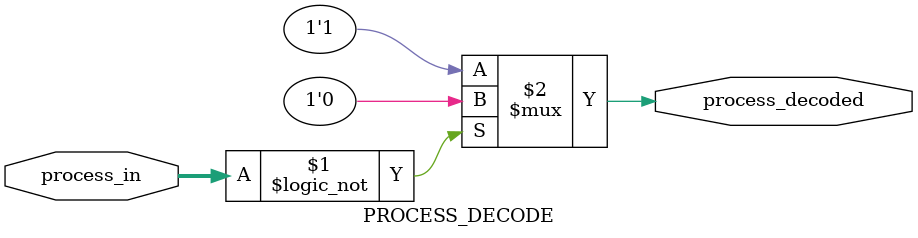
<source format=v>
module PROCESS_DECODE(process_in, process_decoded);
	
	//INPUTS
	input [31:0] process_in;
	
	//OUTPUTS
	output process_decoded;
	
	assign process_decoded = (process_in == 32'b0) ? 1'b0 : 1'b1;
	
endmodule

</source>
